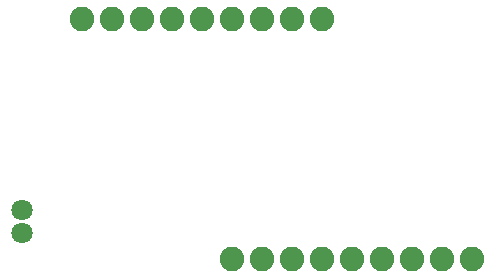
<source format=gbs>
G04 #@! TF.FileFunction,Soldermask,Bot*
%FSLAX46Y46*%
G04 Gerber Fmt 4.6, Leading zero omitted, Abs format (unit mm)*
G04 Created by KiCad (PCBNEW 4.0.6) date Sunday, December 17, 2017 'PMt' 09:14:31 PM*
%MOMM*%
%LPD*%
G01*
G04 APERTURE LIST*
%ADD10C,0.100000*%
%ADD11C,1.800860*%
%ADD12C,2.082800*%
G04 APERTURE END LIST*
D10*
D11*
X147955000Y-107043220D03*
X147955000Y-105046780D03*
D12*
X186055000Y-109220000D03*
X183515000Y-109220000D03*
X180975000Y-109220000D03*
X178435000Y-109220000D03*
X175895000Y-109220000D03*
X173355000Y-109220000D03*
X170815000Y-109220000D03*
X168275000Y-109220000D03*
X165735000Y-109220000D03*
X153035000Y-88900000D03*
X155575000Y-88900000D03*
X158115000Y-88900000D03*
X160655000Y-88900000D03*
X163195000Y-88900000D03*
X165735000Y-88900000D03*
X168275000Y-88900000D03*
X170815000Y-88900000D03*
X173355000Y-88900000D03*
M02*

</source>
